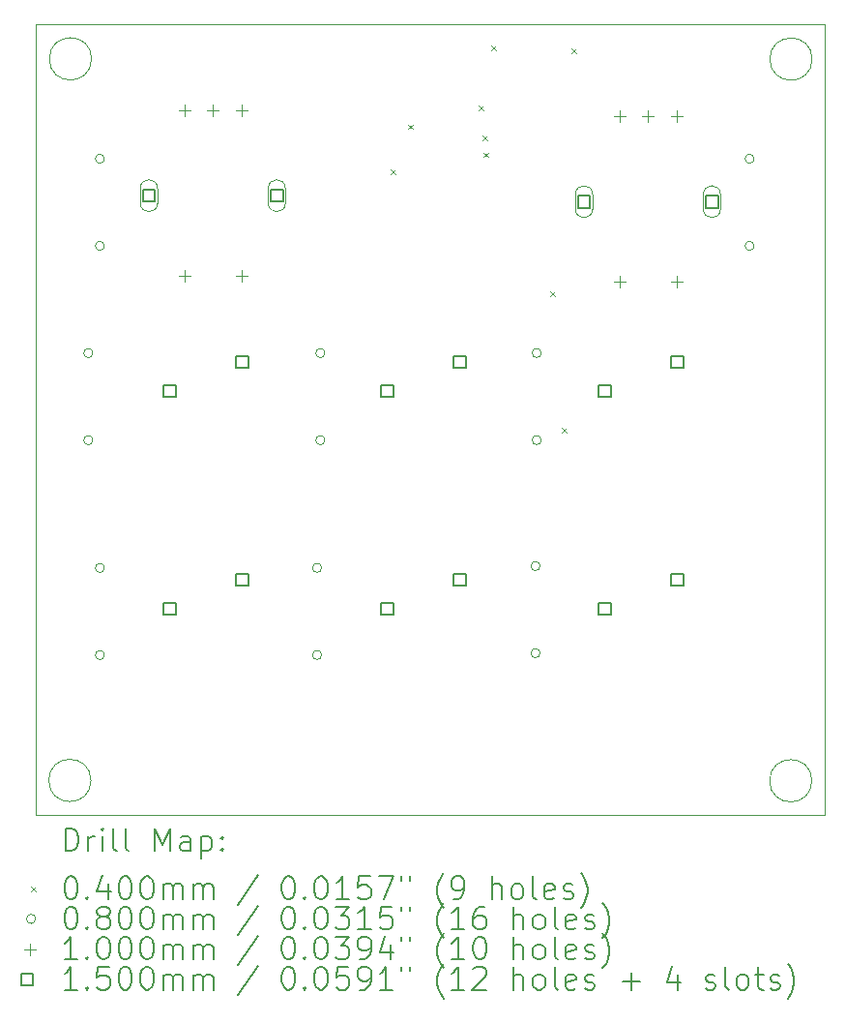
<source format=gbr>
%TF.GenerationSoftware,KiCad,Pcbnew,7.0.11*%
%TF.CreationDate,2024-02-27T10:57:54-05:00*%
%TF.ProjectId,MacropadPCB,4d616372-6f70-4616-9450-43422e6b6963,rev?*%
%TF.SameCoordinates,Original*%
%TF.FileFunction,Drillmap*%
%TF.FilePolarity,Positive*%
%FSLAX45Y45*%
G04 Gerber Fmt 4.5, Leading zero omitted, Abs format (unit mm)*
G04 Created by KiCad (PCBNEW 7.0.11) date 2024-02-27 10:57:54*
%MOMM*%
%LPD*%
G01*
G04 APERTURE LIST*
%ADD10C,0.100000*%
%ADD11C,0.200000*%
%ADD12C,0.150000*%
G04 APERTURE END LIST*
D10*
X7722500Y-4670000D02*
X14630000Y-4670000D01*
X14630000Y-11585000D01*
X7722500Y-11585000D01*
X7722500Y-4670000D01*
X14515000Y-11285000D02*
G75*
G03*
X14145000Y-11285000I-185000J0D01*
G01*
X14145000Y-11285000D02*
G75*
G03*
X14515000Y-11285000I185000J0D01*
G01*
X8207500Y-4970000D02*
G75*
G03*
X7837500Y-4970000I-185000J0D01*
G01*
X7837500Y-4970000D02*
G75*
G03*
X8207500Y-4970000I185000J0D01*
G01*
X8202500Y-11282500D02*
G75*
G03*
X7832500Y-11282500I-185000J0D01*
G01*
X7832500Y-11282500D02*
G75*
G03*
X8202500Y-11282500I185000J0D01*
G01*
X14517500Y-4972500D02*
G75*
G03*
X14147500Y-4972500I-185000J0D01*
G01*
X14147500Y-4972500D02*
G75*
G03*
X14517500Y-4972500I185000J0D01*
G01*
D11*
D10*
X10830000Y-5937500D02*
X10870000Y-5977500D01*
X10870000Y-5937500D02*
X10830000Y-5977500D01*
X10982500Y-5545000D02*
X11022500Y-5585000D01*
X11022500Y-5545000D02*
X10982500Y-5585000D01*
X11597500Y-5380000D02*
X11637500Y-5420000D01*
X11637500Y-5380000D02*
X11597500Y-5420000D01*
X11632500Y-5640000D02*
X11672500Y-5680000D01*
X11672500Y-5640000D02*
X11632500Y-5680000D01*
X11642500Y-5790000D02*
X11682500Y-5830000D01*
X11682500Y-5790000D02*
X11642500Y-5830000D01*
X11710000Y-4852500D02*
X11750000Y-4892500D01*
X11750000Y-4852500D02*
X11710000Y-4892500D01*
X12223658Y-7002970D02*
X12263658Y-7042970D01*
X12263658Y-7002970D02*
X12223658Y-7042970D01*
X12324076Y-8201141D02*
X12364076Y-8241141D01*
X12364076Y-8201141D02*
X12324076Y-8241141D01*
X12407500Y-4877500D02*
X12447500Y-4917500D01*
X12447500Y-4877500D02*
X12407500Y-4917500D01*
X8218800Y-7543800D02*
G75*
G03*
X8138800Y-7543800I-40000J0D01*
G01*
X8138800Y-7543800D02*
G75*
G03*
X8218800Y-7543800I40000J0D01*
G01*
X8218800Y-8305800D02*
G75*
G03*
X8138800Y-8305800I-40000J0D01*
G01*
X8138800Y-8305800D02*
G75*
G03*
X8218800Y-8305800I40000J0D01*
G01*
X8320400Y-5844000D02*
G75*
G03*
X8240400Y-5844000I-40000J0D01*
G01*
X8240400Y-5844000D02*
G75*
G03*
X8320400Y-5844000I40000J0D01*
G01*
X8320400Y-6606000D02*
G75*
G03*
X8240400Y-6606000I-40000J0D01*
G01*
X8240400Y-6606000D02*
G75*
G03*
X8320400Y-6606000I40000J0D01*
G01*
X8320400Y-9423400D02*
G75*
G03*
X8240400Y-9423400I-40000J0D01*
G01*
X8240400Y-9423400D02*
G75*
G03*
X8320400Y-9423400I40000J0D01*
G01*
X8320400Y-10185400D02*
G75*
G03*
X8240400Y-10185400I-40000J0D01*
G01*
X8240400Y-10185400D02*
G75*
G03*
X8320400Y-10185400I40000J0D01*
G01*
X10222500Y-9423400D02*
G75*
G03*
X10142500Y-9423400I-40000J0D01*
G01*
X10142500Y-9423400D02*
G75*
G03*
X10222500Y-9423400I40000J0D01*
G01*
X10222500Y-10185400D02*
G75*
G03*
X10142500Y-10185400I-40000J0D01*
G01*
X10142500Y-10185400D02*
G75*
G03*
X10222500Y-10185400I40000J0D01*
G01*
X10250800Y-7543800D02*
G75*
G03*
X10170800Y-7543800I-40000J0D01*
G01*
X10170800Y-7543800D02*
G75*
G03*
X10250800Y-7543800I40000J0D01*
G01*
X10250800Y-8305800D02*
G75*
G03*
X10170800Y-8305800I-40000J0D01*
G01*
X10170800Y-8305800D02*
G75*
G03*
X10250800Y-8305800I40000J0D01*
G01*
X12135000Y-9406500D02*
G75*
G03*
X12055000Y-9406500I-40000J0D01*
G01*
X12055000Y-9406500D02*
G75*
G03*
X12135000Y-9406500I40000J0D01*
G01*
X12135000Y-10168500D02*
G75*
G03*
X12055000Y-10168500I-40000J0D01*
G01*
X12055000Y-10168500D02*
G75*
G03*
X12135000Y-10168500I40000J0D01*
G01*
X12145000Y-7543800D02*
G75*
G03*
X12065000Y-7543800I-40000J0D01*
G01*
X12065000Y-7543800D02*
G75*
G03*
X12145000Y-7543800I40000J0D01*
G01*
X12145000Y-8305800D02*
G75*
G03*
X12065000Y-8305800I-40000J0D01*
G01*
X12065000Y-8305800D02*
G75*
G03*
X12145000Y-8305800I40000J0D01*
G01*
X14010000Y-5844000D02*
G75*
G03*
X13930000Y-5844000I-40000J0D01*
G01*
X13930000Y-5844000D02*
G75*
G03*
X14010000Y-5844000I40000J0D01*
G01*
X14010000Y-6606000D02*
G75*
G03*
X13930000Y-6606000I-40000J0D01*
G01*
X13930000Y-6606000D02*
G75*
G03*
X14010000Y-6606000I40000J0D01*
G01*
X9020000Y-5367500D02*
X9020000Y-5467500D01*
X8970000Y-5417500D02*
X9070000Y-5417500D01*
X9020000Y-6817500D02*
X9020000Y-6917500D01*
X8970000Y-6867500D02*
X9070000Y-6867500D01*
X9270000Y-5367500D02*
X9270000Y-5467500D01*
X9220000Y-5417500D02*
X9320000Y-5417500D01*
X9520000Y-5367500D02*
X9520000Y-5467500D01*
X9470000Y-5417500D02*
X9570000Y-5417500D01*
X9520000Y-6817500D02*
X9520000Y-6917500D01*
X9470000Y-6867500D02*
X9570000Y-6867500D01*
X12830000Y-5420000D02*
X12830000Y-5520000D01*
X12780000Y-5470000D02*
X12880000Y-5470000D01*
X12830000Y-6870000D02*
X12830000Y-6970000D01*
X12780000Y-6920000D02*
X12880000Y-6920000D01*
X13080000Y-5420000D02*
X13080000Y-5520000D01*
X13030000Y-5470000D02*
X13130000Y-5470000D01*
X13330000Y-5420000D02*
X13330000Y-5520000D01*
X13280000Y-5470000D02*
X13380000Y-5470000D01*
X13330000Y-6870000D02*
X13330000Y-6970000D01*
X13280000Y-6920000D02*
X13380000Y-6920000D01*
D12*
X8763034Y-6220533D02*
X8763034Y-6114466D01*
X8656967Y-6114466D01*
X8656967Y-6220533D01*
X8763034Y-6220533D01*
D10*
X8635000Y-6102500D02*
X8635000Y-6232500D01*
X8635000Y-6232500D02*
G75*
G03*
X8785000Y-6232500I75000J0D01*
G01*
X8785000Y-6232500D02*
X8785000Y-6102500D01*
X8785000Y-6102500D02*
G75*
G03*
X8635000Y-6102500I-75000J0D01*
G01*
D12*
X8943034Y-7927033D02*
X8943034Y-7820966D01*
X8836967Y-7820966D01*
X8836967Y-7927033D01*
X8943034Y-7927033D01*
X8943034Y-9832034D02*
X8943034Y-9725967D01*
X8836967Y-9725967D01*
X8836967Y-9832034D01*
X8943034Y-9832034D01*
X9578034Y-7673033D02*
X9578034Y-7566966D01*
X9471967Y-7566966D01*
X9471967Y-7673033D01*
X9578034Y-7673033D01*
X9578034Y-9578034D02*
X9578034Y-9471967D01*
X9471967Y-9471967D01*
X9471967Y-9578034D01*
X9578034Y-9578034D01*
X9883034Y-6220533D02*
X9883034Y-6114466D01*
X9776967Y-6114466D01*
X9776967Y-6220533D01*
X9883034Y-6220533D01*
D10*
X9755000Y-6102500D02*
X9755000Y-6232500D01*
X9755000Y-6232500D02*
G75*
G03*
X9905000Y-6232500I75000J0D01*
G01*
X9905000Y-6232500D02*
X9905000Y-6102500D01*
X9905000Y-6102500D02*
G75*
G03*
X9755000Y-6102500I-75000J0D01*
G01*
D12*
X10848034Y-7927033D02*
X10848034Y-7820966D01*
X10741967Y-7820966D01*
X10741967Y-7927033D01*
X10848034Y-7927033D01*
X10848034Y-9832034D02*
X10848034Y-9725967D01*
X10741967Y-9725967D01*
X10741967Y-9832034D01*
X10848034Y-9832034D01*
X11483033Y-7673033D02*
X11483033Y-7566966D01*
X11376966Y-7566966D01*
X11376966Y-7673033D01*
X11483033Y-7673033D01*
X11483033Y-9578034D02*
X11483033Y-9471967D01*
X11376966Y-9471967D01*
X11376966Y-9578034D01*
X11483033Y-9578034D01*
X12573033Y-6273033D02*
X12573033Y-6166966D01*
X12466966Y-6166966D01*
X12466966Y-6273033D01*
X12573033Y-6273033D01*
D10*
X12445000Y-6155000D02*
X12445000Y-6285000D01*
X12445000Y-6285000D02*
G75*
G03*
X12595000Y-6285000I75000J0D01*
G01*
X12595000Y-6285000D02*
X12595000Y-6155000D01*
X12595000Y-6155000D02*
G75*
G03*
X12445000Y-6155000I-75000J0D01*
G01*
D12*
X12753033Y-7927033D02*
X12753033Y-7820966D01*
X12646966Y-7820966D01*
X12646966Y-7927033D01*
X12753033Y-7927033D01*
X12753033Y-9832034D02*
X12753033Y-9725967D01*
X12646966Y-9725967D01*
X12646966Y-9832034D01*
X12753033Y-9832034D01*
X13388033Y-7673033D02*
X13388033Y-7566966D01*
X13281966Y-7566966D01*
X13281966Y-7673033D01*
X13388033Y-7673033D01*
X13388033Y-9578034D02*
X13388033Y-9471967D01*
X13281966Y-9471967D01*
X13281966Y-9578034D01*
X13388033Y-9578034D01*
X13693033Y-6273033D02*
X13693033Y-6166966D01*
X13586966Y-6166966D01*
X13586966Y-6273033D01*
X13693033Y-6273033D01*
D10*
X13565000Y-6155000D02*
X13565000Y-6285000D01*
X13565000Y-6285000D02*
G75*
G03*
X13715000Y-6285000I75000J0D01*
G01*
X13715000Y-6285000D02*
X13715000Y-6155000D01*
X13715000Y-6155000D02*
G75*
G03*
X13565000Y-6155000I-75000J0D01*
G01*
D11*
X7978277Y-11901484D02*
X7978277Y-11701484D01*
X7978277Y-11701484D02*
X8025896Y-11701484D01*
X8025896Y-11701484D02*
X8054467Y-11711008D01*
X8054467Y-11711008D02*
X8073515Y-11730055D01*
X8073515Y-11730055D02*
X8083039Y-11749103D01*
X8083039Y-11749103D02*
X8092562Y-11787198D01*
X8092562Y-11787198D02*
X8092562Y-11815769D01*
X8092562Y-11815769D02*
X8083039Y-11853865D01*
X8083039Y-11853865D02*
X8073515Y-11872912D01*
X8073515Y-11872912D02*
X8054467Y-11891960D01*
X8054467Y-11891960D02*
X8025896Y-11901484D01*
X8025896Y-11901484D02*
X7978277Y-11901484D01*
X8178277Y-11901484D02*
X8178277Y-11768150D01*
X8178277Y-11806246D02*
X8187801Y-11787198D01*
X8187801Y-11787198D02*
X8197324Y-11777674D01*
X8197324Y-11777674D02*
X8216372Y-11768150D01*
X8216372Y-11768150D02*
X8235420Y-11768150D01*
X8302086Y-11901484D02*
X8302086Y-11768150D01*
X8302086Y-11701484D02*
X8292562Y-11711008D01*
X8292562Y-11711008D02*
X8302086Y-11720531D01*
X8302086Y-11720531D02*
X8311610Y-11711008D01*
X8311610Y-11711008D02*
X8302086Y-11701484D01*
X8302086Y-11701484D02*
X8302086Y-11720531D01*
X8425896Y-11901484D02*
X8406848Y-11891960D01*
X8406848Y-11891960D02*
X8397324Y-11872912D01*
X8397324Y-11872912D02*
X8397324Y-11701484D01*
X8530658Y-11901484D02*
X8511610Y-11891960D01*
X8511610Y-11891960D02*
X8502086Y-11872912D01*
X8502086Y-11872912D02*
X8502086Y-11701484D01*
X8759229Y-11901484D02*
X8759229Y-11701484D01*
X8759229Y-11701484D02*
X8825896Y-11844341D01*
X8825896Y-11844341D02*
X8892563Y-11701484D01*
X8892563Y-11701484D02*
X8892563Y-11901484D01*
X9073515Y-11901484D02*
X9073515Y-11796722D01*
X9073515Y-11796722D02*
X9063991Y-11777674D01*
X9063991Y-11777674D02*
X9044944Y-11768150D01*
X9044944Y-11768150D02*
X9006848Y-11768150D01*
X9006848Y-11768150D02*
X8987801Y-11777674D01*
X9073515Y-11891960D02*
X9054467Y-11901484D01*
X9054467Y-11901484D02*
X9006848Y-11901484D01*
X9006848Y-11901484D02*
X8987801Y-11891960D01*
X8987801Y-11891960D02*
X8978277Y-11872912D01*
X8978277Y-11872912D02*
X8978277Y-11853865D01*
X8978277Y-11853865D02*
X8987801Y-11834817D01*
X8987801Y-11834817D02*
X9006848Y-11825293D01*
X9006848Y-11825293D02*
X9054467Y-11825293D01*
X9054467Y-11825293D02*
X9073515Y-11815769D01*
X9168753Y-11768150D02*
X9168753Y-11968150D01*
X9168753Y-11777674D02*
X9187801Y-11768150D01*
X9187801Y-11768150D02*
X9225896Y-11768150D01*
X9225896Y-11768150D02*
X9244944Y-11777674D01*
X9244944Y-11777674D02*
X9254467Y-11787198D01*
X9254467Y-11787198D02*
X9263991Y-11806246D01*
X9263991Y-11806246D02*
X9263991Y-11863388D01*
X9263991Y-11863388D02*
X9254467Y-11882436D01*
X9254467Y-11882436D02*
X9244944Y-11891960D01*
X9244944Y-11891960D02*
X9225896Y-11901484D01*
X9225896Y-11901484D02*
X9187801Y-11901484D01*
X9187801Y-11901484D02*
X9168753Y-11891960D01*
X9349705Y-11882436D02*
X9359229Y-11891960D01*
X9359229Y-11891960D02*
X9349705Y-11901484D01*
X9349705Y-11901484D02*
X9340182Y-11891960D01*
X9340182Y-11891960D02*
X9349705Y-11882436D01*
X9349705Y-11882436D02*
X9349705Y-11901484D01*
X9349705Y-11777674D02*
X9359229Y-11787198D01*
X9359229Y-11787198D02*
X9349705Y-11796722D01*
X9349705Y-11796722D02*
X9340182Y-11787198D01*
X9340182Y-11787198D02*
X9349705Y-11777674D01*
X9349705Y-11777674D02*
X9349705Y-11796722D01*
D10*
X7677500Y-12210000D02*
X7717500Y-12250000D01*
X7717500Y-12210000D02*
X7677500Y-12250000D01*
D11*
X8016372Y-12121484D02*
X8035420Y-12121484D01*
X8035420Y-12121484D02*
X8054467Y-12131008D01*
X8054467Y-12131008D02*
X8063991Y-12140531D01*
X8063991Y-12140531D02*
X8073515Y-12159579D01*
X8073515Y-12159579D02*
X8083039Y-12197674D01*
X8083039Y-12197674D02*
X8083039Y-12245293D01*
X8083039Y-12245293D02*
X8073515Y-12283388D01*
X8073515Y-12283388D02*
X8063991Y-12302436D01*
X8063991Y-12302436D02*
X8054467Y-12311960D01*
X8054467Y-12311960D02*
X8035420Y-12321484D01*
X8035420Y-12321484D02*
X8016372Y-12321484D01*
X8016372Y-12321484D02*
X7997324Y-12311960D01*
X7997324Y-12311960D02*
X7987801Y-12302436D01*
X7987801Y-12302436D02*
X7978277Y-12283388D01*
X7978277Y-12283388D02*
X7968753Y-12245293D01*
X7968753Y-12245293D02*
X7968753Y-12197674D01*
X7968753Y-12197674D02*
X7978277Y-12159579D01*
X7978277Y-12159579D02*
X7987801Y-12140531D01*
X7987801Y-12140531D02*
X7997324Y-12131008D01*
X7997324Y-12131008D02*
X8016372Y-12121484D01*
X8168753Y-12302436D02*
X8178277Y-12311960D01*
X8178277Y-12311960D02*
X8168753Y-12321484D01*
X8168753Y-12321484D02*
X8159229Y-12311960D01*
X8159229Y-12311960D02*
X8168753Y-12302436D01*
X8168753Y-12302436D02*
X8168753Y-12321484D01*
X8349705Y-12188150D02*
X8349705Y-12321484D01*
X8302086Y-12111960D02*
X8254467Y-12254817D01*
X8254467Y-12254817D02*
X8378277Y-12254817D01*
X8492563Y-12121484D02*
X8511610Y-12121484D01*
X8511610Y-12121484D02*
X8530658Y-12131008D01*
X8530658Y-12131008D02*
X8540182Y-12140531D01*
X8540182Y-12140531D02*
X8549705Y-12159579D01*
X8549705Y-12159579D02*
X8559229Y-12197674D01*
X8559229Y-12197674D02*
X8559229Y-12245293D01*
X8559229Y-12245293D02*
X8549705Y-12283388D01*
X8549705Y-12283388D02*
X8540182Y-12302436D01*
X8540182Y-12302436D02*
X8530658Y-12311960D01*
X8530658Y-12311960D02*
X8511610Y-12321484D01*
X8511610Y-12321484D02*
X8492563Y-12321484D01*
X8492563Y-12321484D02*
X8473515Y-12311960D01*
X8473515Y-12311960D02*
X8463991Y-12302436D01*
X8463991Y-12302436D02*
X8454467Y-12283388D01*
X8454467Y-12283388D02*
X8444944Y-12245293D01*
X8444944Y-12245293D02*
X8444944Y-12197674D01*
X8444944Y-12197674D02*
X8454467Y-12159579D01*
X8454467Y-12159579D02*
X8463991Y-12140531D01*
X8463991Y-12140531D02*
X8473515Y-12131008D01*
X8473515Y-12131008D02*
X8492563Y-12121484D01*
X8683039Y-12121484D02*
X8702086Y-12121484D01*
X8702086Y-12121484D02*
X8721134Y-12131008D01*
X8721134Y-12131008D02*
X8730658Y-12140531D01*
X8730658Y-12140531D02*
X8740182Y-12159579D01*
X8740182Y-12159579D02*
X8749705Y-12197674D01*
X8749705Y-12197674D02*
X8749705Y-12245293D01*
X8749705Y-12245293D02*
X8740182Y-12283388D01*
X8740182Y-12283388D02*
X8730658Y-12302436D01*
X8730658Y-12302436D02*
X8721134Y-12311960D01*
X8721134Y-12311960D02*
X8702086Y-12321484D01*
X8702086Y-12321484D02*
X8683039Y-12321484D01*
X8683039Y-12321484D02*
X8663991Y-12311960D01*
X8663991Y-12311960D02*
X8654467Y-12302436D01*
X8654467Y-12302436D02*
X8644944Y-12283388D01*
X8644944Y-12283388D02*
X8635420Y-12245293D01*
X8635420Y-12245293D02*
X8635420Y-12197674D01*
X8635420Y-12197674D02*
X8644944Y-12159579D01*
X8644944Y-12159579D02*
X8654467Y-12140531D01*
X8654467Y-12140531D02*
X8663991Y-12131008D01*
X8663991Y-12131008D02*
X8683039Y-12121484D01*
X8835420Y-12321484D02*
X8835420Y-12188150D01*
X8835420Y-12207198D02*
X8844944Y-12197674D01*
X8844944Y-12197674D02*
X8863991Y-12188150D01*
X8863991Y-12188150D02*
X8892563Y-12188150D01*
X8892563Y-12188150D02*
X8911610Y-12197674D01*
X8911610Y-12197674D02*
X8921134Y-12216722D01*
X8921134Y-12216722D02*
X8921134Y-12321484D01*
X8921134Y-12216722D02*
X8930658Y-12197674D01*
X8930658Y-12197674D02*
X8949705Y-12188150D01*
X8949705Y-12188150D02*
X8978277Y-12188150D01*
X8978277Y-12188150D02*
X8997325Y-12197674D01*
X8997325Y-12197674D02*
X9006848Y-12216722D01*
X9006848Y-12216722D02*
X9006848Y-12321484D01*
X9102086Y-12321484D02*
X9102086Y-12188150D01*
X9102086Y-12207198D02*
X9111610Y-12197674D01*
X9111610Y-12197674D02*
X9130658Y-12188150D01*
X9130658Y-12188150D02*
X9159229Y-12188150D01*
X9159229Y-12188150D02*
X9178277Y-12197674D01*
X9178277Y-12197674D02*
X9187801Y-12216722D01*
X9187801Y-12216722D02*
X9187801Y-12321484D01*
X9187801Y-12216722D02*
X9197325Y-12197674D01*
X9197325Y-12197674D02*
X9216372Y-12188150D01*
X9216372Y-12188150D02*
X9244944Y-12188150D01*
X9244944Y-12188150D02*
X9263991Y-12197674D01*
X9263991Y-12197674D02*
X9273515Y-12216722D01*
X9273515Y-12216722D02*
X9273515Y-12321484D01*
X9663991Y-12111960D02*
X9492563Y-12369103D01*
X9921134Y-12121484D02*
X9940182Y-12121484D01*
X9940182Y-12121484D02*
X9959229Y-12131008D01*
X9959229Y-12131008D02*
X9968753Y-12140531D01*
X9968753Y-12140531D02*
X9978277Y-12159579D01*
X9978277Y-12159579D02*
X9987801Y-12197674D01*
X9987801Y-12197674D02*
X9987801Y-12245293D01*
X9987801Y-12245293D02*
X9978277Y-12283388D01*
X9978277Y-12283388D02*
X9968753Y-12302436D01*
X9968753Y-12302436D02*
X9959229Y-12311960D01*
X9959229Y-12311960D02*
X9940182Y-12321484D01*
X9940182Y-12321484D02*
X9921134Y-12321484D01*
X9921134Y-12321484D02*
X9902087Y-12311960D01*
X9902087Y-12311960D02*
X9892563Y-12302436D01*
X9892563Y-12302436D02*
X9883039Y-12283388D01*
X9883039Y-12283388D02*
X9873515Y-12245293D01*
X9873515Y-12245293D02*
X9873515Y-12197674D01*
X9873515Y-12197674D02*
X9883039Y-12159579D01*
X9883039Y-12159579D02*
X9892563Y-12140531D01*
X9892563Y-12140531D02*
X9902087Y-12131008D01*
X9902087Y-12131008D02*
X9921134Y-12121484D01*
X10073515Y-12302436D02*
X10083039Y-12311960D01*
X10083039Y-12311960D02*
X10073515Y-12321484D01*
X10073515Y-12321484D02*
X10063991Y-12311960D01*
X10063991Y-12311960D02*
X10073515Y-12302436D01*
X10073515Y-12302436D02*
X10073515Y-12321484D01*
X10206848Y-12121484D02*
X10225896Y-12121484D01*
X10225896Y-12121484D02*
X10244944Y-12131008D01*
X10244944Y-12131008D02*
X10254468Y-12140531D01*
X10254468Y-12140531D02*
X10263991Y-12159579D01*
X10263991Y-12159579D02*
X10273515Y-12197674D01*
X10273515Y-12197674D02*
X10273515Y-12245293D01*
X10273515Y-12245293D02*
X10263991Y-12283388D01*
X10263991Y-12283388D02*
X10254468Y-12302436D01*
X10254468Y-12302436D02*
X10244944Y-12311960D01*
X10244944Y-12311960D02*
X10225896Y-12321484D01*
X10225896Y-12321484D02*
X10206848Y-12321484D01*
X10206848Y-12321484D02*
X10187801Y-12311960D01*
X10187801Y-12311960D02*
X10178277Y-12302436D01*
X10178277Y-12302436D02*
X10168753Y-12283388D01*
X10168753Y-12283388D02*
X10159229Y-12245293D01*
X10159229Y-12245293D02*
X10159229Y-12197674D01*
X10159229Y-12197674D02*
X10168753Y-12159579D01*
X10168753Y-12159579D02*
X10178277Y-12140531D01*
X10178277Y-12140531D02*
X10187801Y-12131008D01*
X10187801Y-12131008D02*
X10206848Y-12121484D01*
X10463991Y-12321484D02*
X10349706Y-12321484D01*
X10406848Y-12321484D02*
X10406848Y-12121484D01*
X10406848Y-12121484D02*
X10387801Y-12150055D01*
X10387801Y-12150055D02*
X10368753Y-12169103D01*
X10368753Y-12169103D02*
X10349706Y-12178627D01*
X10644944Y-12121484D02*
X10549706Y-12121484D01*
X10549706Y-12121484D02*
X10540182Y-12216722D01*
X10540182Y-12216722D02*
X10549706Y-12207198D01*
X10549706Y-12207198D02*
X10568753Y-12197674D01*
X10568753Y-12197674D02*
X10616372Y-12197674D01*
X10616372Y-12197674D02*
X10635420Y-12207198D01*
X10635420Y-12207198D02*
X10644944Y-12216722D01*
X10644944Y-12216722D02*
X10654468Y-12235769D01*
X10654468Y-12235769D02*
X10654468Y-12283388D01*
X10654468Y-12283388D02*
X10644944Y-12302436D01*
X10644944Y-12302436D02*
X10635420Y-12311960D01*
X10635420Y-12311960D02*
X10616372Y-12321484D01*
X10616372Y-12321484D02*
X10568753Y-12321484D01*
X10568753Y-12321484D02*
X10549706Y-12311960D01*
X10549706Y-12311960D02*
X10540182Y-12302436D01*
X10721134Y-12121484D02*
X10854468Y-12121484D01*
X10854468Y-12121484D02*
X10768753Y-12321484D01*
X10921134Y-12121484D02*
X10921134Y-12159579D01*
X10997325Y-12121484D02*
X10997325Y-12159579D01*
X11292563Y-12397674D02*
X11283039Y-12388150D01*
X11283039Y-12388150D02*
X11263991Y-12359579D01*
X11263991Y-12359579D02*
X11254468Y-12340531D01*
X11254468Y-12340531D02*
X11244944Y-12311960D01*
X11244944Y-12311960D02*
X11235420Y-12264341D01*
X11235420Y-12264341D02*
X11235420Y-12226246D01*
X11235420Y-12226246D02*
X11244944Y-12178627D01*
X11244944Y-12178627D02*
X11254468Y-12150055D01*
X11254468Y-12150055D02*
X11263991Y-12131008D01*
X11263991Y-12131008D02*
X11283039Y-12102436D01*
X11283039Y-12102436D02*
X11292563Y-12092912D01*
X11378277Y-12321484D02*
X11416372Y-12321484D01*
X11416372Y-12321484D02*
X11435420Y-12311960D01*
X11435420Y-12311960D02*
X11444944Y-12302436D01*
X11444944Y-12302436D02*
X11463991Y-12273865D01*
X11463991Y-12273865D02*
X11473515Y-12235769D01*
X11473515Y-12235769D02*
X11473515Y-12159579D01*
X11473515Y-12159579D02*
X11463991Y-12140531D01*
X11463991Y-12140531D02*
X11454468Y-12131008D01*
X11454468Y-12131008D02*
X11435420Y-12121484D01*
X11435420Y-12121484D02*
X11397325Y-12121484D01*
X11397325Y-12121484D02*
X11378277Y-12131008D01*
X11378277Y-12131008D02*
X11368753Y-12140531D01*
X11368753Y-12140531D02*
X11359229Y-12159579D01*
X11359229Y-12159579D02*
X11359229Y-12207198D01*
X11359229Y-12207198D02*
X11368753Y-12226246D01*
X11368753Y-12226246D02*
X11378277Y-12235769D01*
X11378277Y-12235769D02*
X11397325Y-12245293D01*
X11397325Y-12245293D02*
X11435420Y-12245293D01*
X11435420Y-12245293D02*
X11454468Y-12235769D01*
X11454468Y-12235769D02*
X11463991Y-12226246D01*
X11463991Y-12226246D02*
X11473515Y-12207198D01*
X11711610Y-12321484D02*
X11711610Y-12121484D01*
X11797325Y-12321484D02*
X11797325Y-12216722D01*
X11797325Y-12216722D02*
X11787801Y-12197674D01*
X11787801Y-12197674D02*
X11768753Y-12188150D01*
X11768753Y-12188150D02*
X11740182Y-12188150D01*
X11740182Y-12188150D02*
X11721134Y-12197674D01*
X11721134Y-12197674D02*
X11711610Y-12207198D01*
X11921134Y-12321484D02*
X11902087Y-12311960D01*
X11902087Y-12311960D02*
X11892563Y-12302436D01*
X11892563Y-12302436D02*
X11883039Y-12283388D01*
X11883039Y-12283388D02*
X11883039Y-12226246D01*
X11883039Y-12226246D02*
X11892563Y-12207198D01*
X11892563Y-12207198D02*
X11902087Y-12197674D01*
X11902087Y-12197674D02*
X11921134Y-12188150D01*
X11921134Y-12188150D02*
X11949706Y-12188150D01*
X11949706Y-12188150D02*
X11968753Y-12197674D01*
X11968753Y-12197674D02*
X11978277Y-12207198D01*
X11978277Y-12207198D02*
X11987801Y-12226246D01*
X11987801Y-12226246D02*
X11987801Y-12283388D01*
X11987801Y-12283388D02*
X11978277Y-12302436D01*
X11978277Y-12302436D02*
X11968753Y-12311960D01*
X11968753Y-12311960D02*
X11949706Y-12321484D01*
X11949706Y-12321484D02*
X11921134Y-12321484D01*
X12102087Y-12321484D02*
X12083039Y-12311960D01*
X12083039Y-12311960D02*
X12073515Y-12292912D01*
X12073515Y-12292912D02*
X12073515Y-12121484D01*
X12254468Y-12311960D02*
X12235420Y-12321484D01*
X12235420Y-12321484D02*
X12197325Y-12321484D01*
X12197325Y-12321484D02*
X12178277Y-12311960D01*
X12178277Y-12311960D02*
X12168753Y-12292912D01*
X12168753Y-12292912D02*
X12168753Y-12216722D01*
X12168753Y-12216722D02*
X12178277Y-12197674D01*
X12178277Y-12197674D02*
X12197325Y-12188150D01*
X12197325Y-12188150D02*
X12235420Y-12188150D01*
X12235420Y-12188150D02*
X12254468Y-12197674D01*
X12254468Y-12197674D02*
X12263991Y-12216722D01*
X12263991Y-12216722D02*
X12263991Y-12235769D01*
X12263991Y-12235769D02*
X12168753Y-12254817D01*
X12340182Y-12311960D02*
X12359230Y-12321484D01*
X12359230Y-12321484D02*
X12397325Y-12321484D01*
X12397325Y-12321484D02*
X12416372Y-12311960D01*
X12416372Y-12311960D02*
X12425896Y-12292912D01*
X12425896Y-12292912D02*
X12425896Y-12283388D01*
X12425896Y-12283388D02*
X12416372Y-12264341D01*
X12416372Y-12264341D02*
X12397325Y-12254817D01*
X12397325Y-12254817D02*
X12368753Y-12254817D01*
X12368753Y-12254817D02*
X12349706Y-12245293D01*
X12349706Y-12245293D02*
X12340182Y-12226246D01*
X12340182Y-12226246D02*
X12340182Y-12216722D01*
X12340182Y-12216722D02*
X12349706Y-12197674D01*
X12349706Y-12197674D02*
X12368753Y-12188150D01*
X12368753Y-12188150D02*
X12397325Y-12188150D01*
X12397325Y-12188150D02*
X12416372Y-12197674D01*
X12492563Y-12397674D02*
X12502087Y-12388150D01*
X12502087Y-12388150D02*
X12521134Y-12359579D01*
X12521134Y-12359579D02*
X12530658Y-12340531D01*
X12530658Y-12340531D02*
X12540182Y-12311960D01*
X12540182Y-12311960D02*
X12549706Y-12264341D01*
X12549706Y-12264341D02*
X12549706Y-12226246D01*
X12549706Y-12226246D02*
X12540182Y-12178627D01*
X12540182Y-12178627D02*
X12530658Y-12150055D01*
X12530658Y-12150055D02*
X12521134Y-12131008D01*
X12521134Y-12131008D02*
X12502087Y-12102436D01*
X12502087Y-12102436D02*
X12492563Y-12092912D01*
D10*
X7717500Y-12494000D02*
G75*
G03*
X7637500Y-12494000I-40000J0D01*
G01*
X7637500Y-12494000D02*
G75*
G03*
X7717500Y-12494000I40000J0D01*
G01*
D11*
X8016372Y-12385484D02*
X8035420Y-12385484D01*
X8035420Y-12385484D02*
X8054467Y-12395008D01*
X8054467Y-12395008D02*
X8063991Y-12404531D01*
X8063991Y-12404531D02*
X8073515Y-12423579D01*
X8073515Y-12423579D02*
X8083039Y-12461674D01*
X8083039Y-12461674D02*
X8083039Y-12509293D01*
X8083039Y-12509293D02*
X8073515Y-12547388D01*
X8073515Y-12547388D02*
X8063991Y-12566436D01*
X8063991Y-12566436D02*
X8054467Y-12575960D01*
X8054467Y-12575960D02*
X8035420Y-12585484D01*
X8035420Y-12585484D02*
X8016372Y-12585484D01*
X8016372Y-12585484D02*
X7997324Y-12575960D01*
X7997324Y-12575960D02*
X7987801Y-12566436D01*
X7987801Y-12566436D02*
X7978277Y-12547388D01*
X7978277Y-12547388D02*
X7968753Y-12509293D01*
X7968753Y-12509293D02*
X7968753Y-12461674D01*
X7968753Y-12461674D02*
X7978277Y-12423579D01*
X7978277Y-12423579D02*
X7987801Y-12404531D01*
X7987801Y-12404531D02*
X7997324Y-12395008D01*
X7997324Y-12395008D02*
X8016372Y-12385484D01*
X8168753Y-12566436D02*
X8178277Y-12575960D01*
X8178277Y-12575960D02*
X8168753Y-12585484D01*
X8168753Y-12585484D02*
X8159229Y-12575960D01*
X8159229Y-12575960D02*
X8168753Y-12566436D01*
X8168753Y-12566436D02*
X8168753Y-12585484D01*
X8292562Y-12471198D02*
X8273515Y-12461674D01*
X8273515Y-12461674D02*
X8263991Y-12452150D01*
X8263991Y-12452150D02*
X8254467Y-12433103D01*
X8254467Y-12433103D02*
X8254467Y-12423579D01*
X8254467Y-12423579D02*
X8263991Y-12404531D01*
X8263991Y-12404531D02*
X8273515Y-12395008D01*
X8273515Y-12395008D02*
X8292562Y-12385484D01*
X8292562Y-12385484D02*
X8330658Y-12385484D01*
X8330658Y-12385484D02*
X8349705Y-12395008D01*
X8349705Y-12395008D02*
X8359229Y-12404531D01*
X8359229Y-12404531D02*
X8368753Y-12423579D01*
X8368753Y-12423579D02*
X8368753Y-12433103D01*
X8368753Y-12433103D02*
X8359229Y-12452150D01*
X8359229Y-12452150D02*
X8349705Y-12461674D01*
X8349705Y-12461674D02*
X8330658Y-12471198D01*
X8330658Y-12471198D02*
X8292562Y-12471198D01*
X8292562Y-12471198D02*
X8273515Y-12480722D01*
X8273515Y-12480722D02*
X8263991Y-12490246D01*
X8263991Y-12490246D02*
X8254467Y-12509293D01*
X8254467Y-12509293D02*
X8254467Y-12547388D01*
X8254467Y-12547388D02*
X8263991Y-12566436D01*
X8263991Y-12566436D02*
X8273515Y-12575960D01*
X8273515Y-12575960D02*
X8292562Y-12585484D01*
X8292562Y-12585484D02*
X8330658Y-12585484D01*
X8330658Y-12585484D02*
X8349705Y-12575960D01*
X8349705Y-12575960D02*
X8359229Y-12566436D01*
X8359229Y-12566436D02*
X8368753Y-12547388D01*
X8368753Y-12547388D02*
X8368753Y-12509293D01*
X8368753Y-12509293D02*
X8359229Y-12490246D01*
X8359229Y-12490246D02*
X8349705Y-12480722D01*
X8349705Y-12480722D02*
X8330658Y-12471198D01*
X8492563Y-12385484D02*
X8511610Y-12385484D01*
X8511610Y-12385484D02*
X8530658Y-12395008D01*
X8530658Y-12395008D02*
X8540182Y-12404531D01*
X8540182Y-12404531D02*
X8549705Y-12423579D01*
X8549705Y-12423579D02*
X8559229Y-12461674D01*
X8559229Y-12461674D02*
X8559229Y-12509293D01*
X8559229Y-12509293D02*
X8549705Y-12547388D01*
X8549705Y-12547388D02*
X8540182Y-12566436D01*
X8540182Y-12566436D02*
X8530658Y-12575960D01*
X8530658Y-12575960D02*
X8511610Y-12585484D01*
X8511610Y-12585484D02*
X8492563Y-12585484D01*
X8492563Y-12585484D02*
X8473515Y-12575960D01*
X8473515Y-12575960D02*
X8463991Y-12566436D01*
X8463991Y-12566436D02*
X8454467Y-12547388D01*
X8454467Y-12547388D02*
X8444944Y-12509293D01*
X8444944Y-12509293D02*
X8444944Y-12461674D01*
X8444944Y-12461674D02*
X8454467Y-12423579D01*
X8454467Y-12423579D02*
X8463991Y-12404531D01*
X8463991Y-12404531D02*
X8473515Y-12395008D01*
X8473515Y-12395008D02*
X8492563Y-12385484D01*
X8683039Y-12385484D02*
X8702086Y-12385484D01*
X8702086Y-12385484D02*
X8721134Y-12395008D01*
X8721134Y-12395008D02*
X8730658Y-12404531D01*
X8730658Y-12404531D02*
X8740182Y-12423579D01*
X8740182Y-12423579D02*
X8749705Y-12461674D01*
X8749705Y-12461674D02*
X8749705Y-12509293D01*
X8749705Y-12509293D02*
X8740182Y-12547388D01*
X8740182Y-12547388D02*
X8730658Y-12566436D01*
X8730658Y-12566436D02*
X8721134Y-12575960D01*
X8721134Y-12575960D02*
X8702086Y-12585484D01*
X8702086Y-12585484D02*
X8683039Y-12585484D01*
X8683039Y-12585484D02*
X8663991Y-12575960D01*
X8663991Y-12575960D02*
X8654467Y-12566436D01*
X8654467Y-12566436D02*
X8644944Y-12547388D01*
X8644944Y-12547388D02*
X8635420Y-12509293D01*
X8635420Y-12509293D02*
X8635420Y-12461674D01*
X8635420Y-12461674D02*
X8644944Y-12423579D01*
X8644944Y-12423579D02*
X8654467Y-12404531D01*
X8654467Y-12404531D02*
X8663991Y-12395008D01*
X8663991Y-12395008D02*
X8683039Y-12385484D01*
X8835420Y-12585484D02*
X8835420Y-12452150D01*
X8835420Y-12471198D02*
X8844944Y-12461674D01*
X8844944Y-12461674D02*
X8863991Y-12452150D01*
X8863991Y-12452150D02*
X8892563Y-12452150D01*
X8892563Y-12452150D02*
X8911610Y-12461674D01*
X8911610Y-12461674D02*
X8921134Y-12480722D01*
X8921134Y-12480722D02*
X8921134Y-12585484D01*
X8921134Y-12480722D02*
X8930658Y-12461674D01*
X8930658Y-12461674D02*
X8949705Y-12452150D01*
X8949705Y-12452150D02*
X8978277Y-12452150D01*
X8978277Y-12452150D02*
X8997325Y-12461674D01*
X8997325Y-12461674D02*
X9006848Y-12480722D01*
X9006848Y-12480722D02*
X9006848Y-12585484D01*
X9102086Y-12585484D02*
X9102086Y-12452150D01*
X9102086Y-12471198D02*
X9111610Y-12461674D01*
X9111610Y-12461674D02*
X9130658Y-12452150D01*
X9130658Y-12452150D02*
X9159229Y-12452150D01*
X9159229Y-12452150D02*
X9178277Y-12461674D01*
X9178277Y-12461674D02*
X9187801Y-12480722D01*
X9187801Y-12480722D02*
X9187801Y-12585484D01*
X9187801Y-12480722D02*
X9197325Y-12461674D01*
X9197325Y-12461674D02*
X9216372Y-12452150D01*
X9216372Y-12452150D02*
X9244944Y-12452150D01*
X9244944Y-12452150D02*
X9263991Y-12461674D01*
X9263991Y-12461674D02*
X9273515Y-12480722D01*
X9273515Y-12480722D02*
X9273515Y-12585484D01*
X9663991Y-12375960D02*
X9492563Y-12633103D01*
X9921134Y-12385484D02*
X9940182Y-12385484D01*
X9940182Y-12385484D02*
X9959229Y-12395008D01*
X9959229Y-12395008D02*
X9968753Y-12404531D01*
X9968753Y-12404531D02*
X9978277Y-12423579D01*
X9978277Y-12423579D02*
X9987801Y-12461674D01*
X9987801Y-12461674D02*
X9987801Y-12509293D01*
X9987801Y-12509293D02*
X9978277Y-12547388D01*
X9978277Y-12547388D02*
X9968753Y-12566436D01*
X9968753Y-12566436D02*
X9959229Y-12575960D01*
X9959229Y-12575960D02*
X9940182Y-12585484D01*
X9940182Y-12585484D02*
X9921134Y-12585484D01*
X9921134Y-12585484D02*
X9902087Y-12575960D01*
X9902087Y-12575960D02*
X9892563Y-12566436D01*
X9892563Y-12566436D02*
X9883039Y-12547388D01*
X9883039Y-12547388D02*
X9873515Y-12509293D01*
X9873515Y-12509293D02*
X9873515Y-12461674D01*
X9873515Y-12461674D02*
X9883039Y-12423579D01*
X9883039Y-12423579D02*
X9892563Y-12404531D01*
X9892563Y-12404531D02*
X9902087Y-12395008D01*
X9902087Y-12395008D02*
X9921134Y-12385484D01*
X10073515Y-12566436D02*
X10083039Y-12575960D01*
X10083039Y-12575960D02*
X10073515Y-12585484D01*
X10073515Y-12585484D02*
X10063991Y-12575960D01*
X10063991Y-12575960D02*
X10073515Y-12566436D01*
X10073515Y-12566436D02*
X10073515Y-12585484D01*
X10206848Y-12385484D02*
X10225896Y-12385484D01*
X10225896Y-12385484D02*
X10244944Y-12395008D01*
X10244944Y-12395008D02*
X10254468Y-12404531D01*
X10254468Y-12404531D02*
X10263991Y-12423579D01*
X10263991Y-12423579D02*
X10273515Y-12461674D01*
X10273515Y-12461674D02*
X10273515Y-12509293D01*
X10273515Y-12509293D02*
X10263991Y-12547388D01*
X10263991Y-12547388D02*
X10254468Y-12566436D01*
X10254468Y-12566436D02*
X10244944Y-12575960D01*
X10244944Y-12575960D02*
X10225896Y-12585484D01*
X10225896Y-12585484D02*
X10206848Y-12585484D01*
X10206848Y-12585484D02*
X10187801Y-12575960D01*
X10187801Y-12575960D02*
X10178277Y-12566436D01*
X10178277Y-12566436D02*
X10168753Y-12547388D01*
X10168753Y-12547388D02*
X10159229Y-12509293D01*
X10159229Y-12509293D02*
X10159229Y-12461674D01*
X10159229Y-12461674D02*
X10168753Y-12423579D01*
X10168753Y-12423579D02*
X10178277Y-12404531D01*
X10178277Y-12404531D02*
X10187801Y-12395008D01*
X10187801Y-12395008D02*
X10206848Y-12385484D01*
X10340182Y-12385484D02*
X10463991Y-12385484D01*
X10463991Y-12385484D02*
X10397325Y-12461674D01*
X10397325Y-12461674D02*
X10425896Y-12461674D01*
X10425896Y-12461674D02*
X10444944Y-12471198D01*
X10444944Y-12471198D02*
X10454468Y-12480722D01*
X10454468Y-12480722D02*
X10463991Y-12499769D01*
X10463991Y-12499769D02*
X10463991Y-12547388D01*
X10463991Y-12547388D02*
X10454468Y-12566436D01*
X10454468Y-12566436D02*
X10444944Y-12575960D01*
X10444944Y-12575960D02*
X10425896Y-12585484D01*
X10425896Y-12585484D02*
X10368753Y-12585484D01*
X10368753Y-12585484D02*
X10349706Y-12575960D01*
X10349706Y-12575960D02*
X10340182Y-12566436D01*
X10654468Y-12585484D02*
X10540182Y-12585484D01*
X10597325Y-12585484D02*
X10597325Y-12385484D01*
X10597325Y-12385484D02*
X10578277Y-12414055D01*
X10578277Y-12414055D02*
X10559229Y-12433103D01*
X10559229Y-12433103D02*
X10540182Y-12442627D01*
X10835420Y-12385484D02*
X10740182Y-12385484D01*
X10740182Y-12385484D02*
X10730658Y-12480722D01*
X10730658Y-12480722D02*
X10740182Y-12471198D01*
X10740182Y-12471198D02*
X10759229Y-12461674D01*
X10759229Y-12461674D02*
X10806849Y-12461674D01*
X10806849Y-12461674D02*
X10825896Y-12471198D01*
X10825896Y-12471198D02*
X10835420Y-12480722D01*
X10835420Y-12480722D02*
X10844944Y-12499769D01*
X10844944Y-12499769D02*
X10844944Y-12547388D01*
X10844944Y-12547388D02*
X10835420Y-12566436D01*
X10835420Y-12566436D02*
X10825896Y-12575960D01*
X10825896Y-12575960D02*
X10806849Y-12585484D01*
X10806849Y-12585484D02*
X10759229Y-12585484D01*
X10759229Y-12585484D02*
X10740182Y-12575960D01*
X10740182Y-12575960D02*
X10730658Y-12566436D01*
X10921134Y-12385484D02*
X10921134Y-12423579D01*
X10997325Y-12385484D02*
X10997325Y-12423579D01*
X11292563Y-12661674D02*
X11283039Y-12652150D01*
X11283039Y-12652150D02*
X11263991Y-12623579D01*
X11263991Y-12623579D02*
X11254468Y-12604531D01*
X11254468Y-12604531D02*
X11244944Y-12575960D01*
X11244944Y-12575960D02*
X11235420Y-12528341D01*
X11235420Y-12528341D02*
X11235420Y-12490246D01*
X11235420Y-12490246D02*
X11244944Y-12442627D01*
X11244944Y-12442627D02*
X11254468Y-12414055D01*
X11254468Y-12414055D02*
X11263991Y-12395008D01*
X11263991Y-12395008D02*
X11283039Y-12366436D01*
X11283039Y-12366436D02*
X11292563Y-12356912D01*
X11473515Y-12585484D02*
X11359229Y-12585484D01*
X11416372Y-12585484D02*
X11416372Y-12385484D01*
X11416372Y-12385484D02*
X11397325Y-12414055D01*
X11397325Y-12414055D02*
X11378277Y-12433103D01*
X11378277Y-12433103D02*
X11359229Y-12442627D01*
X11644944Y-12385484D02*
X11606848Y-12385484D01*
X11606848Y-12385484D02*
X11587801Y-12395008D01*
X11587801Y-12395008D02*
X11578277Y-12404531D01*
X11578277Y-12404531D02*
X11559229Y-12433103D01*
X11559229Y-12433103D02*
X11549706Y-12471198D01*
X11549706Y-12471198D02*
X11549706Y-12547388D01*
X11549706Y-12547388D02*
X11559229Y-12566436D01*
X11559229Y-12566436D02*
X11568753Y-12575960D01*
X11568753Y-12575960D02*
X11587801Y-12585484D01*
X11587801Y-12585484D02*
X11625896Y-12585484D01*
X11625896Y-12585484D02*
X11644944Y-12575960D01*
X11644944Y-12575960D02*
X11654468Y-12566436D01*
X11654468Y-12566436D02*
X11663991Y-12547388D01*
X11663991Y-12547388D02*
X11663991Y-12499769D01*
X11663991Y-12499769D02*
X11654468Y-12480722D01*
X11654468Y-12480722D02*
X11644944Y-12471198D01*
X11644944Y-12471198D02*
X11625896Y-12461674D01*
X11625896Y-12461674D02*
X11587801Y-12461674D01*
X11587801Y-12461674D02*
X11568753Y-12471198D01*
X11568753Y-12471198D02*
X11559229Y-12480722D01*
X11559229Y-12480722D02*
X11549706Y-12499769D01*
X11902087Y-12585484D02*
X11902087Y-12385484D01*
X11987801Y-12585484D02*
X11987801Y-12480722D01*
X11987801Y-12480722D02*
X11978277Y-12461674D01*
X11978277Y-12461674D02*
X11959230Y-12452150D01*
X11959230Y-12452150D02*
X11930658Y-12452150D01*
X11930658Y-12452150D02*
X11911610Y-12461674D01*
X11911610Y-12461674D02*
X11902087Y-12471198D01*
X12111610Y-12585484D02*
X12092563Y-12575960D01*
X12092563Y-12575960D02*
X12083039Y-12566436D01*
X12083039Y-12566436D02*
X12073515Y-12547388D01*
X12073515Y-12547388D02*
X12073515Y-12490246D01*
X12073515Y-12490246D02*
X12083039Y-12471198D01*
X12083039Y-12471198D02*
X12092563Y-12461674D01*
X12092563Y-12461674D02*
X12111610Y-12452150D01*
X12111610Y-12452150D02*
X12140182Y-12452150D01*
X12140182Y-12452150D02*
X12159230Y-12461674D01*
X12159230Y-12461674D02*
X12168753Y-12471198D01*
X12168753Y-12471198D02*
X12178277Y-12490246D01*
X12178277Y-12490246D02*
X12178277Y-12547388D01*
X12178277Y-12547388D02*
X12168753Y-12566436D01*
X12168753Y-12566436D02*
X12159230Y-12575960D01*
X12159230Y-12575960D02*
X12140182Y-12585484D01*
X12140182Y-12585484D02*
X12111610Y-12585484D01*
X12292563Y-12585484D02*
X12273515Y-12575960D01*
X12273515Y-12575960D02*
X12263991Y-12556912D01*
X12263991Y-12556912D02*
X12263991Y-12385484D01*
X12444944Y-12575960D02*
X12425896Y-12585484D01*
X12425896Y-12585484D02*
X12387801Y-12585484D01*
X12387801Y-12585484D02*
X12368753Y-12575960D01*
X12368753Y-12575960D02*
X12359230Y-12556912D01*
X12359230Y-12556912D02*
X12359230Y-12480722D01*
X12359230Y-12480722D02*
X12368753Y-12461674D01*
X12368753Y-12461674D02*
X12387801Y-12452150D01*
X12387801Y-12452150D02*
X12425896Y-12452150D01*
X12425896Y-12452150D02*
X12444944Y-12461674D01*
X12444944Y-12461674D02*
X12454468Y-12480722D01*
X12454468Y-12480722D02*
X12454468Y-12499769D01*
X12454468Y-12499769D02*
X12359230Y-12518817D01*
X12530658Y-12575960D02*
X12549706Y-12585484D01*
X12549706Y-12585484D02*
X12587801Y-12585484D01*
X12587801Y-12585484D02*
X12606849Y-12575960D01*
X12606849Y-12575960D02*
X12616372Y-12556912D01*
X12616372Y-12556912D02*
X12616372Y-12547388D01*
X12616372Y-12547388D02*
X12606849Y-12528341D01*
X12606849Y-12528341D02*
X12587801Y-12518817D01*
X12587801Y-12518817D02*
X12559230Y-12518817D01*
X12559230Y-12518817D02*
X12540182Y-12509293D01*
X12540182Y-12509293D02*
X12530658Y-12490246D01*
X12530658Y-12490246D02*
X12530658Y-12480722D01*
X12530658Y-12480722D02*
X12540182Y-12461674D01*
X12540182Y-12461674D02*
X12559230Y-12452150D01*
X12559230Y-12452150D02*
X12587801Y-12452150D01*
X12587801Y-12452150D02*
X12606849Y-12461674D01*
X12683039Y-12661674D02*
X12692563Y-12652150D01*
X12692563Y-12652150D02*
X12711611Y-12623579D01*
X12711611Y-12623579D02*
X12721134Y-12604531D01*
X12721134Y-12604531D02*
X12730658Y-12575960D01*
X12730658Y-12575960D02*
X12740182Y-12528341D01*
X12740182Y-12528341D02*
X12740182Y-12490246D01*
X12740182Y-12490246D02*
X12730658Y-12442627D01*
X12730658Y-12442627D02*
X12721134Y-12414055D01*
X12721134Y-12414055D02*
X12711611Y-12395008D01*
X12711611Y-12395008D02*
X12692563Y-12366436D01*
X12692563Y-12366436D02*
X12683039Y-12356912D01*
D10*
X7667500Y-12708000D02*
X7667500Y-12808000D01*
X7617500Y-12758000D02*
X7717500Y-12758000D01*
D11*
X8083039Y-12849484D02*
X7968753Y-12849484D01*
X8025896Y-12849484D02*
X8025896Y-12649484D01*
X8025896Y-12649484D02*
X8006848Y-12678055D01*
X8006848Y-12678055D02*
X7987801Y-12697103D01*
X7987801Y-12697103D02*
X7968753Y-12706627D01*
X8168753Y-12830436D02*
X8178277Y-12839960D01*
X8178277Y-12839960D02*
X8168753Y-12849484D01*
X8168753Y-12849484D02*
X8159229Y-12839960D01*
X8159229Y-12839960D02*
X8168753Y-12830436D01*
X8168753Y-12830436D02*
X8168753Y-12849484D01*
X8302086Y-12649484D02*
X8321134Y-12649484D01*
X8321134Y-12649484D02*
X8340182Y-12659008D01*
X8340182Y-12659008D02*
X8349705Y-12668531D01*
X8349705Y-12668531D02*
X8359229Y-12687579D01*
X8359229Y-12687579D02*
X8368753Y-12725674D01*
X8368753Y-12725674D02*
X8368753Y-12773293D01*
X8368753Y-12773293D02*
X8359229Y-12811388D01*
X8359229Y-12811388D02*
X8349705Y-12830436D01*
X8349705Y-12830436D02*
X8340182Y-12839960D01*
X8340182Y-12839960D02*
X8321134Y-12849484D01*
X8321134Y-12849484D02*
X8302086Y-12849484D01*
X8302086Y-12849484D02*
X8283039Y-12839960D01*
X8283039Y-12839960D02*
X8273515Y-12830436D01*
X8273515Y-12830436D02*
X8263991Y-12811388D01*
X8263991Y-12811388D02*
X8254467Y-12773293D01*
X8254467Y-12773293D02*
X8254467Y-12725674D01*
X8254467Y-12725674D02*
X8263991Y-12687579D01*
X8263991Y-12687579D02*
X8273515Y-12668531D01*
X8273515Y-12668531D02*
X8283039Y-12659008D01*
X8283039Y-12659008D02*
X8302086Y-12649484D01*
X8492563Y-12649484D02*
X8511610Y-12649484D01*
X8511610Y-12649484D02*
X8530658Y-12659008D01*
X8530658Y-12659008D02*
X8540182Y-12668531D01*
X8540182Y-12668531D02*
X8549705Y-12687579D01*
X8549705Y-12687579D02*
X8559229Y-12725674D01*
X8559229Y-12725674D02*
X8559229Y-12773293D01*
X8559229Y-12773293D02*
X8549705Y-12811388D01*
X8549705Y-12811388D02*
X8540182Y-12830436D01*
X8540182Y-12830436D02*
X8530658Y-12839960D01*
X8530658Y-12839960D02*
X8511610Y-12849484D01*
X8511610Y-12849484D02*
X8492563Y-12849484D01*
X8492563Y-12849484D02*
X8473515Y-12839960D01*
X8473515Y-12839960D02*
X8463991Y-12830436D01*
X8463991Y-12830436D02*
X8454467Y-12811388D01*
X8454467Y-12811388D02*
X8444944Y-12773293D01*
X8444944Y-12773293D02*
X8444944Y-12725674D01*
X8444944Y-12725674D02*
X8454467Y-12687579D01*
X8454467Y-12687579D02*
X8463991Y-12668531D01*
X8463991Y-12668531D02*
X8473515Y-12659008D01*
X8473515Y-12659008D02*
X8492563Y-12649484D01*
X8683039Y-12649484D02*
X8702086Y-12649484D01*
X8702086Y-12649484D02*
X8721134Y-12659008D01*
X8721134Y-12659008D02*
X8730658Y-12668531D01*
X8730658Y-12668531D02*
X8740182Y-12687579D01*
X8740182Y-12687579D02*
X8749705Y-12725674D01*
X8749705Y-12725674D02*
X8749705Y-12773293D01*
X8749705Y-12773293D02*
X8740182Y-12811388D01*
X8740182Y-12811388D02*
X8730658Y-12830436D01*
X8730658Y-12830436D02*
X8721134Y-12839960D01*
X8721134Y-12839960D02*
X8702086Y-12849484D01*
X8702086Y-12849484D02*
X8683039Y-12849484D01*
X8683039Y-12849484D02*
X8663991Y-12839960D01*
X8663991Y-12839960D02*
X8654467Y-12830436D01*
X8654467Y-12830436D02*
X8644944Y-12811388D01*
X8644944Y-12811388D02*
X8635420Y-12773293D01*
X8635420Y-12773293D02*
X8635420Y-12725674D01*
X8635420Y-12725674D02*
X8644944Y-12687579D01*
X8644944Y-12687579D02*
X8654467Y-12668531D01*
X8654467Y-12668531D02*
X8663991Y-12659008D01*
X8663991Y-12659008D02*
X8683039Y-12649484D01*
X8835420Y-12849484D02*
X8835420Y-12716150D01*
X8835420Y-12735198D02*
X8844944Y-12725674D01*
X8844944Y-12725674D02*
X8863991Y-12716150D01*
X8863991Y-12716150D02*
X8892563Y-12716150D01*
X8892563Y-12716150D02*
X8911610Y-12725674D01*
X8911610Y-12725674D02*
X8921134Y-12744722D01*
X8921134Y-12744722D02*
X8921134Y-12849484D01*
X8921134Y-12744722D02*
X8930658Y-12725674D01*
X8930658Y-12725674D02*
X8949705Y-12716150D01*
X8949705Y-12716150D02*
X8978277Y-12716150D01*
X8978277Y-12716150D02*
X8997325Y-12725674D01*
X8997325Y-12725674D02*
X9006848Y-12744722D01*
X9006848Y-12744722D02*
X9006848Y-12849484D01*
X9102086Y-12849484D02*
X9102086Y-12716150D01*
X9102086Y-12735198D02*
X9111610Y-12725674D01*
X9111610Y-12725674D02*
X9130658Y-12716150D01*
X9130658Y-12716150D02*
X9159229Y-12716150D01*
X9159229Y-12716150D02*
X9178277Y-12725674D01*
X9178277Y-12725674D02*
X9187801Y-12744722D01*
X9187801Y-12744722D02*
X9187801Y-12849484D01*
X9187801Y-12744722D02*
X9197325Y-12725674D01*
X9197325Y-12725674D02*
X9216372Y-12716150D01*
X9216372Y-12716150D02*
X9244944Y-12716150D01*
X9244944Y-12716150D02*
X9263991Y-12725674D01*
X9263991Y-12725674D02*
X9273515Y-12744722D01*
X9273515Y-12744722D02*
X9273515Y-12849484D01*
X9663991Y-12639960D02*
X9492563Y-12897103D01*
X9921134Y-12649484D02*
X9940182Y-12649484D01*
X9940182Y-12649484D02*
X9959229Y-12659008D01*
X9959229Y-12659008D02*
X9968753Y-12668531D01*
X9968753Y-12668531D02*
X9978277Y-12687579D01*
X9978277Y-12687579D02*
X9987801Y-12725674D01*
X9987801Y-12725674D02*
X9987801Y-12773293D01*
X9987801Y-12773293D02*
X9978277Y-12811388D01*
X9978277Y-12811388D02*
X9968753Y-12830436D01*
X9968753Y-12830436D02*
X9959229Y-12839960D01*
X9959229Y-12839960D02*
X9940182Y-12849484D01*
X9940182Y-12849484D02*
X9921134Y-12849484D01*
X9921134Y-12849484D02*
X9902087Y-12839960D01*
X9902087Y-12839960D02*
X9892563Y-12830436D01*
X9892563Y-12830436D02*
X9883039Y-12811388D01*
X9883039Y-12811388D02*
X9873515Y-12773293D01*
X9873515Y-12773293D02*
X9873515Y-12725674D01*
X9873515Y-12725674D02*
X9883039Y-12687579D01*
X9883039Y-12687579D02*
X9892563Y-12668531D01*
X9892563Y-12668531D02*
X9902087Y-12659008D01*
X9902087Y-12659008D02*
X9921134Y-12649484D01*
X10073515Y-12830436D02*
X10083039Y-12839960D01*
X10083039Y-12839960D02*
X10073515Y-12849484D01*
X10073515Y-12849484D02*
X10063991Y-12839960D01*
X10063991Y-12839960D02*
X10073515Y-12830436D01*
X10073515Y-12830436D02*
X10073515Y-12849484D01*
X10206848Y-12649484D02*
X10225896Y-12649484D01*
X10225896Y-12649484D02*
X10244944Y-12659008D01*
X10244944Y-12659008D02*
X10254468Y-12668531D01*
X10254468Y-12668531D02*
X10263991Y-12687579D01*
X10263991Y-12687579D02*
X10273515Y-12725674D01*
X10273515Y-12725674D02*
X10273515Y-12773293D01*
X10273515Y-12773293D02*
X10263991Y-12811388D01*
X10263991Y-12811388D02*
X10254468Y-12830436D01*
X10254468Y-12830436D02*
X10244944Y-12839960D01*
X10244944Y-12839960D02*
X10225896Y-12849484D01*
X10225896Y-12849484D02*
X10206848Y-12849484D01*
X10206848Y-12849484D02*
X10187801Y-12839960D01*
X10187801Y-12839960D02*
X10178277Y-12830436D01*
X10178277Y-12830436D02*
X10168753Y-12811388D01*
X10168753Y-12811388D02*
X10159229Y-12773293D01*
X10159229Y-12773293D02*
X10159229Y-12725674D01*
X10159229Y-12725674D02*
X10168753Y-12687579D01*
X10168753Y-12687579D02*
X10178277Y-12668531D01*
X10178277Y-12668531D02*
X10187801Y-12659008D01*
X10187801Y-12659008D02*
X10206848Y-12649484D01*
X10340182Y-12649484D02*
X10463991Y-12649484D01*
X10463991Y-12649484D02*
X10397325Y-12725674D01*
X10397325Y-12725674D02*
X10425896Y-12725674D01*
X10425896Y-12725674D02*
X10444944Y-12735198D01*
X10444944Y-12735198D02*
X10454468Y-12744722D01*
X10454468Y-12744722D02*
X10463991Y-12763769D01*
X10463991Y-12763769D02*
X10463991Y-12811388D01*
X10463991Y-12811388D02*
X10454468Y-12830436D01*
X10454468Y-12830436D02*
X10444944Y-12839960D01*
X10444944Y-12839960D02*
X10425896Y-12849484D01*
X10425896Y-12849484D02*
X10368753Y-12849484D01*
X10368753Y-12849484D02*
X10349706Y-12839960D01*
X10349706Y-12839960D02*
X10340182Y-12830436D01*
X10559229Y-12849484D02*
X10597325Y-12849484D01*
X10597325Y-12849484D02*
X10616372Y-12839960D01*
X10616372Y-12839960D02*
X10625896Y-12830436D01*
X10625896Y-12830436D02*
X10644944Y-12801865D01*
X10644944Y-12801865D02*
X10654468Y-12763769D01*
X10654468Y-12763769D02*
X10654468Y-12687579D01*
X10654468Y-12687579D02*
X10644944Y-12668531D01*
X10644944Y-12668531D02*
X10635420Y-12659008D01*
X10635420Y-12659008D02*
X10616372Y-12649484D01*
X10616372Y-12649484D02*
X10578277Y-12649484D01*
X10578277Y-12649484D02*
X10559229Y-12659008D01*
X10559229Y-12659008D02*
X10549706Y-12668531D01*
X10549706Y-12668531D02*
X10540182Y-12687579D01*
X10540182Y-12687579D02*
X10540182Y-12735198D01*
X10540182Y-12735198D02*
X10549706Y-12754246D01*
X10549706Y-12754246D02*
X10559229Y-12763769D01*
X10559229Y-12763769D02*
X10578277Y-12773293D01*
X10578277Y-12773293D02*
X10616372Y-12773293D01*
X10616372Y-12773293D02*
X10635420Y-12763769D01*
X10635420Y-12763769D02*
X10644944Y-12754246D01*
X10644944Y-12754246D02*
X10654468Y-12735198D01*
X10825896Y-12716150D02*
X10825896Y-12849484D01*
X10778277Y-12639960D02*
X10730658Y-12782817D01*
X10730658Y-12782817D02*
X10854468Y-12782817D01*
X10921134Y-12649484D02*
X10921134Y-12687579D01*
X10997325Y-12649484D02*
X10997325Y-12687579D01*
X11292563Y-12925674D02*
X11283039Y-12916150D01*
X11283039Y-12916150D02*
X11263991Y-12887579D01*
X11263991Y-12887579D02*
X11254468Y-12868531D01*
X11254468Y-12868531D02*
X11244944Y-12839960D01*
X11244944Y-12839960D02*
X11235420Y-12792341D01*
X11235420Y-12792341D02*
X11235420Y-12754246D01*
X11235420Y-12754246D02*
X11244944Y-12706627D01*
X11244944Y-12706627D02*
X11254468Y-12678055D01*
X11254468Y-12678055D02*
X11263991Y-12659008D01*
X11263991Y-12659008D02*
X11283039Y-12630436D01*
X11283039Y-12630436D02*
X11292563Y-12620912D01*
X11473515Y-12849484D02*
X11359229Y-12849484D01*
X11416372Y-12849484D02*
X11416372Y-12649484D01*
X11416372Y-12649484D02*
X11397325Y-12678055D01*
X11397325Y-12678055D02*
X11378277Y-12697103D01*
X11378277Y-12697103D02*
X11359229Y-12706627D01*
X11597325Y-12649484D02*
X11616372Y-12649484D01*
X11616372Y-12649484D02*
X11635420Y-12659008D01*
X11635420Y-12659008D02*
X11644944Y-12668531D01*
X11644944Y-12668531D02*
X11654468Y-12687579D01*
X11654468Y-12687579D02*
X11663991Y-12725674D01*
X11663991Y-12725674D02*
X11663991Y-12773293D01*
X11663991Y-12773293D02*
X11654468Y-12811388D01*
X11654468Y-12811388D02*
X11644944Y-12830436D01*
X11644944Y-12830436D02*
X11635420Y-12839960D01*
X11635420Y-12839960D02*
X11616372Y-12849484D01*
X11616372Y-12849484D02*
X11597325Y-12849484D01*
X11597325Y-12849484D02*
X11578277Y-12839960D01*
X11578277Y-12839960D02*
X11568753Y-12830436D01*
X11568753Y-12830436D02*
X11559229Y-12811388D01*
X11559229Y-12811388D02*
X11549706Y-12773293D01*
X11549706Y-12773293D02*
X11549706Y-12725674D01*
X11549706Y-12725674D02*
X11559229Y-12687579D01*
X11559229Y-12687579D02*
X11568753Y-12668531D01*
X11568753Y-12668531D02*
X11578277Y-12659008D01*
X11578277Y-12659008D02*
X11597325Y-12649484D01*
X11902087Y-12849484D02*
X11902087Y-12649484D01*
X11987801Y-12849484D02*
X11987801Y-12744722D01*
X11987801Y-12744722D02*
X11978277Y-12725674D01*
X11978277Y-12725674D02*
X11959230Y-12716150D01*
X11959230Y-12716150D02*
X11930658Y-12716150D01*
X11930658Y-12716150D02*
X11911610Y-12725674D01*
X11911610Y-12725674D02*
X11902087Y-12735198D01*
X12111610Y-12849484D02*
X12092563Y-12839960D01*
X12092563Y-12839960D02*
X12083039Y-12830436D01*
X12083039Y-12830436D02*
X12073515Y-12811388D01*
X12073515Y-12811388D02*
X12073515Y-12754246D01*
X12073515Y-12754246D02*
X12083039Y-12735198D01*
X12083039Y-12735198D02*
X12092563Y-12725674D01*
X12092563Y-12725674D02*
X12111610Y-12716150D01*
X12111610Y-12716150D02*
X12140182Y-12716150D01*
X12140182Y-12716150D02*
X12159230Y-12725674D01*
X12159230Y-12725674D02*
X12168753Y-12735198D01*
X12168753Y-12735198D02*
X12178277Y-12754246D01*
X12178277Y-12754246D02*
X12178277Y-12811388D01*
X12178277Y-12811388D02*
X12168753Y-12830436D01*
X12168753Y-12830436D02*
X12159230Y-12839960D01*
X12159230Y-12839960D02*
X12140182Y-12849484D01*
X12140182Y-12849484D02*
X12111610Y-12849484D01*
X12292563Y-12849484D02*
X12273515Y-12839960D01*
X12273515Y-12839960D02*
X12263991Y-12820912D01*
X12263991Y-12820912D02*
X12263991Y-12649484D01*
X12444944Y-12839960D02*
X12425896Y-12849484D01*
X12425896Y-12849484D02*
X12387801Y-12849484D01*
X12387801Y-12849484D02*
X12368753Y-12839960D01*
X12368753Y-12839960D02*
X12359230Y-12820912D01*
X12359230Y-12820912D02*
X12359230Y-12744722D01*
X12359230Y-12744722D02*
X12368753Y-12725674D01*
X12368753Y-12725674D02*
X12387801Y-12716150D01*
X12387801Y-12716150D02*
X12425896Y-12716150D01*
X12425896Y-12716150D02*
X12444944Y-12725674D01*
X12444944Y-12725674D02*
X12454468Y-12744722D01*
X12454468Y-12744722D02*
X12454468Y-12763769D01*
X12454468Y-12763769D02*
X12359230Y-12782817D01*
X12530658Y-12839960D02*
X12549706Y-12849484D01*
X12549706Y-12849484D02*
X12587801Y-12849484D01*
X12587801Y-12849484D02*
X12606849Y-12839960D01*
X12606849Y-12839960D02*
X12616372Y-12820912D01*
X12616372Y-12820912D02*
X12616372Y-12811388D01*
X12616372Y-12811388D02*
X12606849Y-12792341D01*
X12606849Y-12792341D02*
X12587801Y-12782817D01*
X12587801Y-12782817D02*
X12559230Y-12782817D01*
X12559230Y-12782817D02*
X12540182Y-12773293D01*
X12540182Y-12773293D02*
X12530658Y-12754246D01*
X12530658Y-12754246D02*
X12530658Y-12744722D01*
X12530658Y-12744722D02*
X12540182Y-12725674D01*
X12540182Y-12725674D02*
X12559230Y-12716150D01*
X12559230Y-12716150D02*
X12587801Y-12716150D01*
X12587801Y-12716150D02*
X12606849Y-12725674D01*
X12683039Y-12925674D02*
X12692563Y-12916150D01*
X12692563Y-12916150D02*
X12711611Y-12887579D01*
X12711611Y-12887579D02*
X12721134Y-12868531D01*
X12721134Y-12868531D02*
X12730658Y-12839960D01*
X12730658Y-12839960D02*
X12740182Y-12792341D01*
X12740182Y-12792341D02*
X12740182Y-12754246D01*
X12740182Y-12754246D02*
X12730658Y-12706627D01*
X12730658Y-12706627D02*
X12721134Y-12678055D01*
X12721134Y-12678055D02*
X12711611Y-12659008D01*
X12711611Y-12659008D02*
X12692563Y-12630436D01*
X12692563Y-12630436D02*
X12683039Y-12620912D01*
D12*
X7695533Y-13075033D02*
X7695533Y-12968966D01*
X7589466Y-12968966D01*
X7589466Y-13075033D01*
X7695533Y-13075033D01*
D11*
X8083039Y-13113484D02*
X7968753Y-13113484D01*
X8025896Y-13113484D02*
X8025896Y-12913484D01*
X8025896Y-12913484D02*
X8006848Y-12942055D01*
X8006848Y-12942055D02*
X7987801Y-12961103D01*
X7987801Y-12961103D02*
X7968753Y-12970627D01*
X8168753Y-13094436D02*
X8178277Y-13103960D01*
X8178277Y-13103960D02*
X8168753Y-13113484D01*
X8168753Y-13113484D02*
X8159229Y-13103960D01*
X8159229Y-13103960D02*
X8168753Y-13094436D01*
X8168753Y-13094436D02*
X8168753Y-13113484D01*
X8359229Y-12913484D02*
X8263991Y-12913484D01*
X8263991Y-12913484D02*
X8254467Y-13008722D01*
X8254467Y-13008722D02*
X8263991Y-12999198D01*
X8263991Y-12999198D02*
X8283039Y-12989674D01*
X8283039Y-12989674D02*
X8330658Y-12989674D01*
X8330658Y-12989674D02*
X8349705Y-12999198D01*
X8349705Y-12999198D02*
X8359229Y-13008722D01*
X8359229Y-13008722D02*
X8368753Y-13027769D01*
X8368753Y-13027769D02*
X8368753Y-13075388D01*
X8368753Y-13075388D02*
X8359229Y-13094436D01*
X8359229Y-13094436D02*
X8349705Y-13103960D01*
X8349705Y-13103960D02*
X8330658Y-13113484D01*
X8330658Y-13113484D02*
X8283039Y-13113484D01*
X8283039Y-13113484D02*
X8263991Y-13103960D01*
X8263991Y-13103960D02*
X8254467Y-13094436D01*
X8492563Y-12913484D02*
X8511610Y-12913484D01*
X8511610Y-12913484D02*
X8530658Y-12923008D01*
X8530658Y-12923008D02*
X8540182Y-12932531D01*
X8540182Y-12932531D02*
X8549705Y-12951579D01*
X8549705Y-12951579D02*
X8559229Y-12989674D01*
X8559229Y-12989674D02*
X8559229Y-13037293D01*
X8559229Y-13037293D02*
X8549705Y-13075388D01*
X8549705Y-13075388D02*
X8540182Y-13094436D01*
X8540182Y-13094436D02*
X8530658Y-13103960D01*
X8530658Y-13103960D02*
X8511610Y-13113484D01*
X8511610Y-13113484D02*
X8492563Y-13113484D01*
X8492563Y-13113484D02*
X8473515Y-13103960D01*
X8473515Y-13103960D02*
X8463991Y-13094436D01*
X8463991Y-13094436D02*
X8454467Y-13075388D01*
X8454467Y-13075388D02*
X8444944Y-13037293D01*
X8444944Y-13037293D02*
X8444944Y-12989674D01*
X8444944Y-12989674D02*
X8454467Y-12951579D01*
X8454467Y-12951579D02*
X8463991Y-12932531D01*
X8463991Y-12932531D02*
X8473515Y-12923008D01*
X8473515Y-12923008D02*
X8492563Y-12913484D01*
X8683039Y-12913484D02*
X8702086Y-12913484D01*
X8702086Y-12913484D02*
X8721134Y-12923008D01*
X8721134Y-12923008D02*
X8730658Y-12932531D01*
X8730658Y-12932531D02*
X8740182Y-12951579D01*
X8740182Y-12951579D02*
X8749705Y-12989674D01*
X8749705Y-12989674D02*
X8749705Y-13037293D01*
X8749705Y-13037293D02*
X8740182Y-13075388D01*
X8740182Y-13075388D02*
X8730658Y-13094436D01*
X8730658Y-13094436D02*
X8721134Y-13103960D01*
X8721134Y-13103960D02*
X8702086Y-13113484D01*
X8702086Y-13113484D02*
X8683039Y-13113484D01*
X8683039Y-13113484D02*
X8663991Y-13103960D01*
X8663991Y-13103960D02*
X8654467Y-13094436D01*
X8654467Y-13094436D02*
X8644944Y-13075388D01*
X8644944Y-13075388D02*
X8635420Y-13037293D01*
X8635420Y-13037293D02*
X8635420Y-12989674D01*
X8635420Y-12989674D02*
X8644944Y-12951579D01*
X8644944Y-12951579D02*
X8654467Y-12932531D01*
X8654467Y-12932531D02*
X8663991Y-12923008D01*
X8663991Y-12923008D02*
X8683039Y-12913484D01*
X8835420Y-13113484D02*
X8835420Y-12980150D01*
X8835420Y-12999198D02*
X8844944Y-12989674D01*
X8844944Y-12989674D02*
X8863991Y-12980150D01*
X8863991Y-12980150D02*
X8892563Y-12980150D01*
X8892563Y-12980150D02*
X8911610Y-12989674D01*
X8911610Y-12989674D02*
X8921134Y-13008722D01*
X8921134Y-13008722D02*
X8921134Y-13113484D01*
X8921134Y-13008722D02*
X8930658Y-12989674D01*
X8930658Y-12989674D02*
X8949705Y-12980150D01*
X8949705Y-12980150D02*
X8978277Y-12980150D01*
X8978277Y-12980150D02*
X8997325Y-12989674D01*
X8997325Y-12989674D02*
X9006848Y-13008722D01*
X9006848Y-13008722D02*
X9006848Y-13113484D01*
X9102086Y-13113484D02*
X9102086Y-12980150D01*
X9102086Y-12999198D02*
X9111610Y-12989674D01*
X9111610Y-12989674D02*
X9130658Y-12980150D01*
X9130658Y-12980150D02*
X9159229Y-12980150D01*
X9159229Y-12980150D02*
X9178277Y-12989674D01*
X9178277Y-12989674D02*
X9187801Y-13008722D01*
X9187801Y-13008722D02*
X9187801Y-13113484D01*
X9187801Y-13008722D02*
X9197325Y-12989674D01*
X9197325Y-12989674D02*
X9216372Y-12980150D01*
X9216372Y-12980150D02*
X9244944Y-12980150D01*
X9244944Y-12980150D02*
X9263991Y-12989674D01*
X9263991Y-12989674D02*
X9273515Y-13008722D01*
X9273515Y-13008722D02*
X9273515Y-13113484D01*
X9663991Y-12903960D02*
X9492563Y-13161103D01*
X9921134Y-12913484D02*
X9940182Y-12913484D01*
X9940182Y-12913484D02*
X9959229Y-12923008D01*
X9959229Y-12923008D02*
X9968753Y-12932531D01*
X9968753Y-12932531D02*
X9978277Y-12951579D01*
X9978277Y-12951579D02*
X9987801Y-12989674D01*
X9987801Y-12989674D02*
X9987801Y-13037293D01*
X9987801Y-13037293D02*
X9978277Y-13075388D01*
X9978277Y-13075388D02*
X9968753Y-13094436D01*
X9968753Y-13094436D02*
X9959229Y-13103960D01*
X9959229Y-13103960D02*
X9940182Y-13113484D01*
X9940182Y-13113484D02*
X9921134Y-13113484D01*
X9921134Y-13113484D02*
X9902087Y-13103960D01*
X9902087Y-13103960D02*
X9892563Y-13094436D01*
X9892563Y-13094436D02*
X9883039Y-13075388D01*
X9883039Y-13075388D02*
X9873515Y-13037293D01*
X9873515Y-13037293D02*
X9873515Y-12989674D01*
X9873515Y-12989674D02*
X9883039Y-12951579D01*
X9883039Y-12951579D02*
X9892563Y-12932531D01*
X9892563Y-12932531D02*
X9902087Y-12923008D01*
X9902087Y-12923008D02*
X9921134Y-12913484D01*
X10073515Y-13094436D02*
X10083039Y-13103960D01*
X10083039Y-13103960D02*
X10073515Y-13113484D01*
X10073515Y-13113484D02*
X10063991Y-13103960D01*
X10063991Y-13103960D02*
X10073515Y-13094436D01*
X10073515Y-13094436D02*
X10073515Y-13113484D01*
X10206848Y-12913484D02*
X10225896Y-12913484D01*
X10225896Y-12913484D02*
X10244944Y-12923008D01*
X10244944Y-12923008D02*
X10254468Y-12932531D01*
X10254468Y-12932531D02*
X10263991Y-12951579D01*
X10263991Y-12951579D02*
X10273515Y-12989674D01*
X10273515Y-12989674D02*
X10273515Y-13037293D01*
X10273515Y-13037293D02*
X10263991Y-13075388D01*
X10263991Y-13075388D02*
X10254468Y-13094436D01*
X10254468Y-13094436D02*
X10244944Y-13103960D01*
X10244944Y-13103960D02*
X10225896Y-13113484D01*
X10225896Y-13113484D02*
X10206848Y-13113484D01*
X10206848Y-13113484D02*
X10187801Y-13103960D01*
X10187801Y-13103960D02*
X10178277Y-13094436D01*
X10178277Y-13094436D02*
X10168753Y-13075388D01*
X10168753Y-13075388D02*
X10159229Y-13037293D01*
X10159229Y-13037293D02*
X10159229Y-12989674D01*
X10159229Y-12989674D02*
X10168753Y-12951579D01*
X10168753Y-12951579D02*
X10178277Y-12932531D01*
X10178277Y-12932531D02*
X10187801Y-12923008D01*
X10187801Y-12923008D02*
X10206848Y-12913484D01*
X10454468Y-12913484D02*
X10359229Y-12913484D01*
X10359229Y-12913484D02*
X10349706Y-13008722D01*
X10349706Y-13008722D02*
X10359229Y-12999198D01*
X10359229Y-12999198D02*
X10378277Y-12989674D01*
X10378277Y-12989674D02*
X10425896Y-12989674D01*
X10425896Y-12989674D02*
X10444944Y-12999198D01*
X10444944Y-12999198D02*
X10454468Y-13008722D01*
X10454468Y-13008722D02*
X10463991Y-13027769D01*
X10463991Y-13027769D02*
X10463991Y-13075388D01*
X10463991Y-13075388D02*
X10454468Y-13094436D01*
X10454468Y-13094436D02*
X10444944Y-13103960D01*
X10444944Y-13103960D02*
X10425896Y-13113484D01*
X10425896Y-13113484D02*
X10378277Y-13113484D01*
X10378277Y-13113484D02*
X10359229Y-13103960D01*
X10359229Y-13103960D02*
X10349706Y-13094436D01*
X10559229Y-13113484D02*
X10597325Y-13113484D01*
X10597325Y-13113484D02*
X10616372Y-13103960D01*
X10616372Y-13103960D02*
X10625896Y-13094436D01*
X10625896Y-13094436D02*
X10644944Y-13065865D01*
X10644944Y-13065865D02*
X10654468Y-13027769D01*
X10654468Y-13027769D02*
X10654468Y-12951579D01*
X10654468Y-12951579D02*
X10644944Y-12932531D01*
X10644944Y-12932531D02*
X10635420Y-12923008D01*
X10635420Y-12923008D02*
X10616372Y-12913484D01*
X10616372Y-12913484D02*
X10578277Y-12913484D01*
X10578277Y-12913484D02*
X10559229Y-12923008D01*
X10559229Y-12923008D02*
X10549706Y-12932531D01*
X10549706Y-12932531D02*
X10540182Y-12951579D01*
X10540182Y-12951579D02*
X10540182Y-12999198D01*
X10540182Y-12999198D02*
X10549706Y-13018246D01*
X10549706Y-13018246D02*
X10559229Y-13027769D01*
X10559229Y-13027769D02*
X10578277Y-13037293D01*
X10578277Y-13037293D02*
X10616372Y-13037293D01*
X10616372Y-13037293D02*
X10635420Y-13027769D01*
X10635420Y-13027769D02*
X10644944Y-13018246D01*
X10644944Y-13018246D02*
X10654468Y-12999198D01*
X10844944Y-13113484D02*
X10730658Y-13113484D01*
X10787801Y-13113484D02*
X10787801Y-12913484D01*
X10787801Y-12913484D02*
X10768753Y-12942055D01*
X10768753Y-12942055D02*
X10749706Y-12961103D01*
X10749706Y-12961103D02*
X10730658Y-12970627D01*
X10921134Y-12913484D02*
X10921134Y-12951579D01*
X10997325Y-12913484D02*
X10997325Y-12951579D01*
X11292563Y-13189674D02*
X11283039Y-13180150D01*
X11283039Y-13180150D02*
X11263991Y-13151579D01*
X11263991Y-13151579D02*
X11254468Y-13132531D01*
X11254468Y-13132531D02*
X11244944Y-13103960D01*
X11244944Y-13103960D02*
X11235420Y-13056341D01*
X11235420Y-13056341D02*
X11235420Y-13018246D01*
X11235420Y-13018246D02*
X11244944Y-12970627D01*
X11244944Y-12970627D02*
X11254468Y-12942055D01*
X11254468Y-12942055D02*
X11263991Y-12923008D01*
X11263991Y-12923008D02*
X11283039Y-12894436D01*
X11283039Y-12894436D02*
X11292563Y-12884912D01*
X11473515Y-13113484D02*
X11359229Y-13113484D01*
X11416372Y-13113484D02*
X11416372Y-12913484D01*
X11416372Y-12913484D02*
X11397325Y-12942055D01*
X11397325Y-12942055D02*
X11378277Y-12961103D01*
X11378277Y-12961103D02*
X11359229Y-12970627D01*
X11549706Y-12932531D02*
X11559229Y-12923008D01*
X11559229Y-12923008D02*
X11578277Y-12913484D01*
X11578277Y-12913484D02*
X11625896Y-12913484D01*
X11625896Y-12913484D02*
X11644944Y-12923008D01*
X11644944Y-12923008D02*
X11654468Y-12932531D01*
X11654468Y-12932531D02*
X11663991Y-12951579D01*
X11663991Y-12951579D02*
X11663991Y-12970627D01*
X11663991Y-12970627D02*
X11654468Y-12999198D01*
X11654468Y-12999198D02*
X11540182Y-13113484D01*
X11540182Y-13113484D02*
X11663991Y-13113484D01*
X11902087Y-13113484D02*
X11902087Y-12913484D01*
X11987801Y-13113484D02*
X11987801Y-13008722D01*
X11987801Y-13008722D02*
X11978277Y-12989674D01*
X11978277Y-12989674D02*
X11959230Y-12980150D01*
X11959230Y-12980150D02*
X11930658Y-12980150D01*
X11930658Y-12980150D02*
X11911610Y-12989674D01*
X11911610Y-12989674D02*
X11902087Y-12999198D01*
X12111610Y-13113484D02*
X12092563Y-13103960D01*
X12092563Y-13103960D02*
X12083039Y-13094436D01*
X12083039Y-13094436D02*
X12073515Y-13075388D01*
X12073515Y-13075388D02*
X12073515Y-13018246D01*
X12073515Y-13018246D02*
X12083039Y-12999198D01*
X12083039Y-12999198D02*
X12092563Y-12989674D01*
X12092563Y-12989674D02*
X12111610Y-12980150D01*
X12111610Y-12980150D02*
X12140182Y-12980150D01*
X12140182Y-12980150D02*
X12159230Y-12989674D01*
X12159230Y-12989674D02*
X12168753Y-12999198D01*
X12168753Y-12999198D02*
X12178277Y-13018246D01*
X12178277Y-13018246D02*
X12178277Y-13075388D01*
X12178277Y-13075388D02*
X12168753Y-13094436D01*
X12168753Y-13094436D02*
X12159230Y-13103960D01*
X12159230Y-13103960D02*
X12140182Y-13113484D01*
X12140182Y-13113484D02*
X12111610Y-13113484D01*
X12292563Y-13113484D02*
X12273515Y-13103960D01*
X12273515Y-13103960D02*
X12263991Y-13084912D01*
X12263991Y-13084912D02*
X12263991Y-12913484D01*
X12444944Y-13103960D02*
X12425896Y-13113484D01*
X12425896Y-13113484D02*
X12387801Y-13113484D01*
X12387801Y-13113484D02*
X12368753Y-13103960D01*
X12368753Y-13103960D02*
X12359230Y-13084912D01*
X12359230Y-13084912D02*
X12359230Y-13008722D01*
X12359230Y-13008722D02*
X12368753Y-12989674D01*
X12368753Y-12989674D02*
X12387801Y-12980150D01*
X12387801Y-12980150D02*
X12425896Y-12980150D01*
X12425896Y-12980150D02*
X12444944Y-12989674D01*
X12444944Y-12989674D02*
X12454468Y-13008722D01*
X12454468Y-13008722D02*
X12454468Y-13027769D01*
X12454468Y-13027769D02*
X12359230Y-13046817D01*
X12530658Y-13103960D02*
X12549706Y-13113484D01*
X12549706Y-13113484D02*
X12587801Y-13113484D01*
X12587801Y-13113484D02*
X12606849Y-13103960D01*
X12606849Y-13103960D02*
X12616372Y-13084912D01*
X12616372Y-13084912D02*
X12616372Y-13075388D01*
X12616372Y-13075388D02*
X12606849Y-13056341D01*
X12606849Y-13056341D02*
X12587801Y-13046817D01*
X12587801Y-13046817D02*
X12559230Y-13046817D01*
X12559230Y-13046817D02*
X12540182Y-13037293D01*
X12540182Y-13037293D02*
X12530658Y-13018246D01*
X12530658Y-13018246D02*
X12530658Y-13008722D01*
X12530658Y-13008722D02*
X12540182Y-12989674D01*
X12540182Y-12989674D02*
X12559230Y-12980150D01*
X12559230Y-12980150D02*
X12587801Y-12980150D01*
X12587801Y-12980150D02*
X12606849Y-12989674D01*
X12854468Y-13037293D02*
X13006849Y-13037293D01*
X12930658Y-13113484D02*
X12930658Y-12961103D01*
X13340182Y-12980150D02*
X13340182Y-13113484D01*
X13292563Y-12903960D02*
X13244944Y-13046817D01*
X13244944Y-13046817D02*
X13368753Y-13046817D01*
X13587801Y-13103960D02*
X13606849Y-13113484D01*
X13606849Y-13113484D02*
X13644944Y-13113484D01*
X13644944Y-13113484D02*
X13663992Y-13103960D01*
X13663992Y-13103960D02*
X13673515Y-13084912D01*
X13673515Y-13084912D02*
X13673515Y-13075388D01*
X13673515Y-13075388D02*
X13663992Y-13056341D01*
X13663992Y-13056341D02*
X13644944Y-13046817D01*
X13644944Y-13046817D02*
X13616373Y-13046817D01*
X13616373Y-13046817D02*
X13597325Y-13037293D01*
X13597325Y-13037293D02*
X13587801Y-13018246D01*
X13587801Y-13018246D02*
X13587801Y-13008722D01*
X13587801Y-13008722D02*
X13597325Y-12989674D01*
X13597325Y-12989674D02*
X13616373Y-12980150D01*
X13616373Y-12980150D02*
X13644944Y-12980150D01*
X13644944Y-12980150D02*
X13663992Y-12989674D01*
X13787801Y-13113484D02*
X13768754Y-13103960D01*
X13768754Y-13103960D02*
X13759230Y-13084912D01*
X13759230Y-13084912D02*
X13759230Y-12913484D01*
X13892563Y-13113484D02*
X13873515Y-13103960D01*
X13873515Y-13103960D02*
X13863992Y-13094436D01*
X13863992Y-13094436D02*
X13854468Y-13075388D01*
X13854468Y-13075388D02*
X13854468Y-13018246D01*
X13854468Y-13018246D02*
X13863992Y-12999198D01*
X13863992Y-12999198D02*
X13873515Y-12989674D01*
X13873515Y-12989674D02*
X13892563Y-12980150D01*
X13892563Y-12980150D02*
X13921135Y-12980150D01*
X13921135Y-12980150D02*
X13940182Y-12989674D01*
X13940182Y-12989674D02*
X13949706Y-12999198D01*
X13949706Y-12999198D02*
X13959230Y-13018246D01*
X13959230Y-13018246D02*
X13959230Y-13075388D01*
X13959230Y-13075388D02*
X13949706Y-13094436D01*
X13949706Y-13094436D02*
X13940182Y-13103960D01*
X13940182Y-13103960D02*
X13921135Y-13113484D01*
X13921135Y-13113484D02*
X13892563Y-13113484D01*
X14016373Y-12980150D02*
X14092563Y-12980150D01*
X14044944Y-12913484D02*
X14044944Y-13084912D01*
X14044944Y-13084912D02*
X14054468Y-13103960D01*
X14054468Y-13103960D02*
X14073515Y-13113484D01*
X14073515Y-13113484D02*
X14092563Y-13113484D01*
X14149706Y-13103960D02*
X14168754Y-13113484D01*
X14168754Y-13113484D02*
X14206849Y-13113484D01*
X14206849Y-13113484D02*
X14225896Y-13103960D01*
X14225896Y-13103960D02*
X14235420Y-13084912D01*
X14235420Y-13084912D02*
X14235420Y-13075388D01*
X14235420Y-13075388D02*
X14225896Y-13056341D01*
X14225896Y-13056341D02*
X14206849Y-13046817D01*
X14206849Y-13046817D02*
X14178277Y-13046817D01*
X14178277Y-13046817D02*
X14159230Y-13037293D01*
X14159230Y-13037293D02*
X14149706Y-13018246D01*
X14149706Y-13018246D02*
X14149706Y-13008722D01*
X14149706Y-13008722D02*
X14159230Y-12989674D01*
X14159230Y-12989674D02*
X14178277Y-12980150D01*
X14178277Y-12980150D02*
X14206849Y-12980150D01*
X14206849Y-12980150D02*
X14225896Y-12989674D01*
X14302087Y-13189674D02*
X14311611Y-13180150D01*
X14311611Y-13180150D02*
X14330658Y-13151579D01*
X14330658Y-13151579D02*
X14340182Y-13132531D01*
X14340182Y-13132531D02*
X14349706Y-13103960D01*
X14349706Y-13103960D02*
X14359230Y-13056341D01*
X14359230Y-13056341D02*
X14359230Y-13018246D01*
X14359230Y-13018246D02*
X14349706Y-12970627D01*
X14349706Y-12970627D02*
X14340182Y-12942055D01*
X14340182Y-12942055D02*
X14330658Y-12923008D01*
X14330658Y-12923008D02*
X14311611Y-12894436D01*
X14311611Y-12894436D02*
X14302087Y-12884912D01*
M02*

</source>
